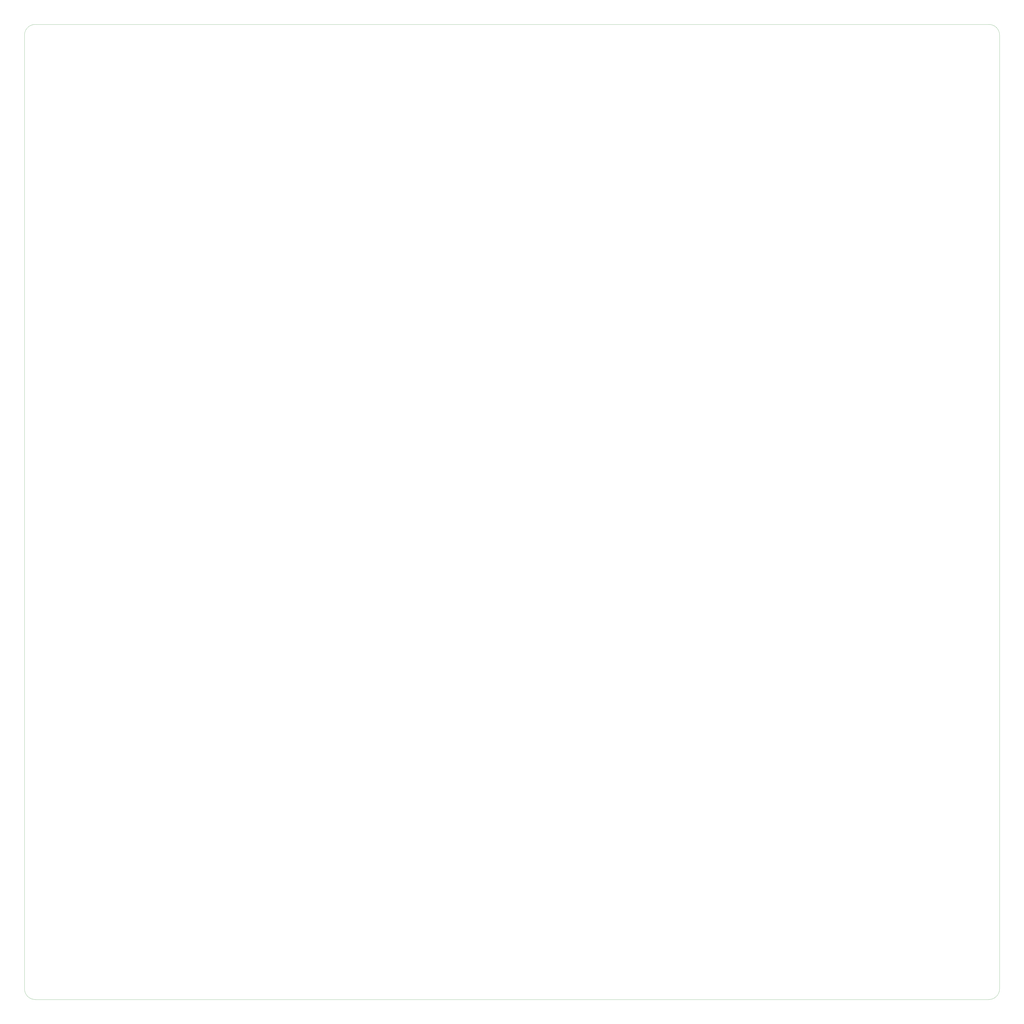
<source format=gbr>
%TF.GenerationSoftware,KiCad,Pcbnew,9.0.4*%
%TF.CreationDate,2025-10-05T06:40:32-04:00*%
%TF.ProjectId,tf_chess,74665f63-6865-4737-932e-6b696361645f,rev?*%
%TF.SameCoordinates,Original*%
%TF.FileFunction,Profile,NP*%
%FSLAX46Y46*%
G04 Gerber Fmt 4.6, Leading zero omitted, Abs format (unit mm)*
G04 Created by KiCad (PCBNEW 9.0.4) date 2025-10-05 06:40:32*
%MOMM*%
%LPD*%
G01*
G04 APERTURE LIST*
%TA.AperFunction,Profile*%
%ADD10C,0.100000*%
%TD*%
G04 APERTURE END LIST*
D10*
X401500000Y-352000000D02*
X-44500000Y-352000000D01*
X-44500000Y-352000000D02*
G75*
G02*
X-49500000Y-347000000I0J5000000D01*
G01*
X-49500000Y-347000000D02*
X-49500000Y99000000D01*
X-49500000Y99000000D02*
G75*
G02*
X-44500000Y104000000I5000000J0D01*
G01*
X-44500000Y104000000D02*
X401500000Y104000000D01*
X401500000Y104000000D02*
G75*
G02*
X406500000Y99000000I0J-5000000D01*
G01*
X406500000Y99000000D02*
X406500000Y-347000000D01*
X406500000Y-347000000D02*
G75*
G02*
X401500000Y-352000000I-5000000J0D01*
G01*
M02*

</source>
